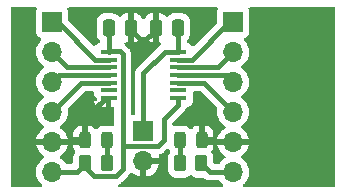
<source format=gtl>
%TF.GenerationSoftware,KiCad,Pcbnew,(6.0.5)*%
%TF.CreationDate,2024-06-21T19:09:36+02:00*%
%TF.ProjectId,pmod_level_shifter_4p,706d6f64-5f6c-4657-9665-6c5f73686966,rev?*%
%TF.SameCoordinates,Original*%
%TF.FileFunction,Copper,L1,Top*%
%TF.FilePolarity,Positive*%
%FSLAX46Y46*%
G04 Gerber Fmt 4.6, Leading zero omitted, Abs format (unit mm)*
G04 Created by KiCad (PCBNEW (6.0.5)) date 2024-06-21 19:09:36*
%MOMM*%
%LPD*%
G01*
G04 APERTURE LIST*
G04 Aperture macros list*
%AMRoundRect*
0 Rectangle with rounded corners*
0 $1 Rounding radius*
0 $2 $3 $4 $5 $6 $7 $8 $9 X,Y pos of 4 corners*
0 Add a 4 corners polygon primitive as box body*
4,1,4,$2,$3,$4,$5,$6,$7,$8,$9,$2,$3,0*
0 Add four circle primitives for the rounded corners*
1,1,$1+$1,$2,$3*
1,1,$1+$1,$4,$5*
1,1,$1+$1,$6,$7*
1,1,$1+$1,$8,$9*
0 Add four rect primitives between the rounded corners*
20,1,$1+$1,$2,$3,$4,$5,0*
20,1,$1+$1,$4,$5,$6,$7,0*
20,1,$1+$1,$6,$7,$8,$9,0*
20,1,$1+$1,$8,$9,$2,$3,0*%
G04 Aperture macros list end*
%TA.AperFunction,SMDPad,CuDef*%
%ADD10RoundRect,0.243750X-0.243750X-0.456250X0.243750X-0.456250X0.243750X0.456250X-0.243750X0.456250X0*%
%TD*%
%TA.AperFunction,SMDPad,CuDef*%
%ADD11RoundRect,0.243750X0.243750X0.456250X-0.243750X0.456250X-0.243750X-0.456250X0.243750X-0.456250X0*%
%TD*%
%TA.AperFunction,ComponentPad*%
%ADD12R,1.700000X1.700000*%
%TD*%
%TA.AperFunction,ComponentPad*%
%ADD13O,1.700000X1.700000*%
%TD*%
%TA.AperFunction,SMDPad,CuDef*%
%ADD14RoundRect,0.250000X0.262500X0.450000X-0.262500X0.450000X-0.262500X-0.450000X0.262500X-0.450000X0*%
%TD*%
%TA.AperFunction,SMDPad,CuDef*%
%ADD15RoundRect,0.250000X-0.250000X-0.475000X0.250000X-0.475000X0.250000X0.475000X-0.250000X0.475000X0*%
%TD*%
%TA.AperFunction,SMDPad,CuDef*%
%ADD16RoundRect,0.250000X0.250000X0.475000X-0.250000X0.475000X-0.250000X-0.475000X0.250000X-0.475000X0*%
%TD*%
%TA.AperFunction,SMDPad,CuDef*%
%ADD17R,1.475000X0.450000*%
%TD*%
%TA.AperFunction,ViaPad*%
%ADD18C,0.800000*%
%TD*%
%TA.AperFunction,Conductor*%
%ADD19C,0.400000*%
%TD*%
G04 APERTURE END LIST*
D10*
%TO.P,D1,1,K*%
%TO.N,GND*%
X147062500Y-106500000D03*
%TO.P,D1,2,A*%
%TO.N,Net-(D1-Pad2)*%
X148937500Y-106500000D03*
%TD*%
D11*
%TO.P,D2,1,K*%
%TO.N,GND*%
X156937500Y-106500000D03*
%TO.P,D2,2,A*%
%TO.N,Net-(D2-Pad2)*%
X155062500Y-106500000D03*
%TD*%
D12*
%TO.P,J1,1,Pin_1*%
%TO.N,+5V*%
X152000000Y-105725000D03*
D13*
%TO.P,J1,2,Pin_2*%
%TO.N,GND*%
X152000000Y-108265000D03*
%TD*%
D12*
%TO.P,PMOD1,1,IO0*%
%TO.N,Net-(IC1-Pad2)*%
X144270000Y-96520000D03*
D13*
%TO.P,PMOD1,2,IO1*%
%TO.N,Net-(IC1-Pad3)*%
X144270000Y-99060000D03*
%TO.P,PMOD1,3,IO2*%
%TO.N,Net-(IC1-Pad4)*%
X144270000Y-101600000D03*
%TO.P,PMOD1,4,IO3*%
%TO.N,Net-(IC1-Pad5)*%
X144270000Y-104140000D03*
%TO.P,PMOD1,5,GND*%
%TO.N,GND*%
X144270000Y-106680000D03*
%TO.P,PMOD1,6,VCC*%
%TO.N,+3V3*%
X144270000Y-109220000D03*
%TD*%
D14*
%TO.P,R1,1*%
%TO.N,Net-(D1-Pad2)*%
X148912500Y-108500000D03*
%TO.P,R1,2*%
%TO.N,+3V3*%
X147087500Y-108500000D03*
%TD*%
D15*
%TO.P,C1,1*%
%TO.N,+3V3*%
X149050000Y-97000000D03*
%TO.P,C1,2*%
%TO.N,GND*%
X150950000Y-97000000D03*
%TD*%
D16*
%TO.P,C2,1*%
%TO.N,+5V*%
X154950000Y-97000000D03*
%TO.P,C2,2*%
%TO.N,GND*%
X153050000Y-97000000D03*
%TD*%
D17*
%TO.P,IC1,1,VCC(A)*%
%TO.N,+3V3*%
X149062000Y-99050000D03*
%TO.P,IC1,2,A1*%
%TO.N,Net-(IC1-Pad2)*%
X149062000Y-99700000D03*
%TO.P,IC1,3,A2*%
%TO.N,Net-(IC1-Pad3)*%
X149062000Y-100350000D03*
%TO.P,IC1,4,A3*%
%TO.N,Net-(IC1-Pad4)*%
X149062000Y-101000000D03*
%TO.P,IC1,5,A4*%
%TO.N,Net-(IC1-Pad5)*%
X149062000Y-101650000D03*
%TO.P,IC1,6,n.c._1*%
%TO.N,unconnected-(IC1-Pad6)*%
X149062000Y-102300000D03*
%TO.P,IC1,7,GND*%
%TO.N,GND*%
X149062000Y-102950000D03*
%TO.P,IC1,8,OE*%
%TO.N,+3V3*%
X154938000Y-102950000D03*
%TO.P,IC1,9,n.c._2*%
%TO.N,unconnected-(IC1-Pad9)*%
X154938000Y-102300000D03*
%TO.P,IC1,10,B4*%
%TO.N,Net-(IC1-Pad10)*%
X154938000Y-101650000D03*
%TO.P,IC1,11,B3*%
%TO.N,Net-(IC1-Pad11)*%
X154938000Y-101000000D03*
%TO.P,IC1,12,B2*%
%TO.N,Net-(IC1-Pad12)*%
X154938000Y-100350000D03*
%TO.P,IC1,13,B1*%
%TO.N,Net-(IC1-Pad13)*%
X154938000Y-99700000D03*
%TO.P,IC1,14,VCC(B)*%
%TO.N,+5V*%
X154938000Y-99050000D03*
%TD*%
D14*
%TO.P,R2,1*%
%TO.N,+5V*%
X156912500Y-108500000D03*
%TO.P,R2,2*%
%TO.N,Net-(D2-Pad2)*%
X155087500Y-108500000D03*
%TD*%
D12*
%TO.P,PMOD2,1,IO0*%
%TO.N,Net-(IC1-Pad13)*%
X159600000Y-96520000D03*
D13*
%TO.P,PMOD2,2,IO1*%
%TO.N,Net-(IC1-Pad12)*%
X159600000Y-99060000D03*
%TO.P,PMOD2,3,IO2*%
%TO.N,Net-(IC1-Pad11)*%
X159600000Y-101600000D03*
%TO.P,PMOD2,4,IO3*%
%TO.N,Net-(IC1-Pad10)*%
X159600000Y-104140000D03*
%TO.P,PMOD2,5,GND*%
%TO.N,GND*%
X159600000Y-106680000D03*
%TO.P,PMOD2,6,VCC*%
%TO.N,+5V*%
X159600000Y-109220000D03*
%TD*%
D18*
%TO.N,GND*%
X152000000Y-98250000D03*
X147750000Y-104000000D03*
%TD*%
D19*
%TO.N,+3V3*%
X150250000Y-109000000D02*
X150250000Y-107000000D01*
X153750000Y-106500000D02*
X153250000Y-107000000D01*
X153750000Y-104750000D02*
X153750000Y-106500000D01*
X154938000Y-103562000D02*
X153750000Y-104750000D01*
X153250000Y-107000000D02*
X150250000Y-107000000D01*
X154938000Y-102950000D02*
X154938000Y-103562000D01*
X150250000Y-107000000D02*
X150250000Y-99250000D01*
%TO.N,+5V*%
X153826478Y-99050000D02*
X154938000Y-99050000D01*
X152000000Y-100876478D02*
X153826478Y-99050000D01*
X152000000Y-105725000D02*
X152000000Y-100876478D01*
%TO.N,+3V3*%
X150000000Y-99000000D02*
X149112000Y-99000000D01*
X150250000Y-99250000D02*
X150000000Y-99000000D01*
X149650480Y-109599520D02*
X150250000Y-109000000D01*
X149112000Y-99000000D02*
X149062000Y-99050000D01*
X147849520Y-109599520D02*
X149650480Y-109599520D01*
X147087500Y-108837500D02*
X147849520Y-109599520D01*
X147087500Y-108500000D02*
X147087500Y-108837500D01*
X149050000Y-99038000D02*
X149062000Y-99050000D01*
X149050000Y-97000000D02*
X149050000Y-99038000D01*
%TO.N,GND*%
X147062500Y-106500000D02*
X147062500Y-104687500D01*
X147062500Y-104687500D02*
X147750000Y-104000000D01*
%TO.N,+5V*%
X154950000Y-99038000D02*
X154938000Y-99050000D01*
X154950000Y-97000000D02*
X154950000Y-99038000D01*
%TO.N,GND*%
X153050000Y-97200000D02*
X152000000Y-98250000D01*
X153050000Y-97000000D02*
X153050000Y-97200000D01*
X150950000Y-97200000D02*
X152000000Y-98250000D01*
X150950000Y-97000000D02*
X150950000Y-97200000D01*
X148800000Y-102950000D02*
X147750000Y-104000000D01*
X149062000Y-102950000D02*
X148800000Y-102950000D01*
%TO.N,Net-(D1-Pad2)*%
X148937500Y-106500000D02*
X148937500Y-108475000D01*
X148937500Y-108475000D02*
X148912500Y-108500000D01*
%TO.N,Net-(D2-Pad2)*%
X155087500Y-108500000D02*
X155087500Y-106525000D01*
X155087500Y-106525000D02*
X155062500Y-106500000D01*
%TO.N,GND*%
X159600000Y-106680000D02*
X157117500Y-106680000D01*
X157117500Y-106680000D02*
X156937500Y-106500000D01*
%TO.N,+5V*%
X159600000Y-109220000D02*
X157632500Y-109220000D01*
X157632500Y-109220000D02*
X156912500Y-108500000D01*
%TO.N,GND*%
X146882500Y-106680000D02*
X147062500Y-106500000D01*
X144270000Y-106680000D02*
X146882500Y-106680000D01*
%TO.N,+3V3*%
X146367500Y-109220000D02*
X147087500Y-108500000D01*
X144270000Y-109220000D02*
X146367500Y-109220000D01*
%TO.N,Net-(IC1-Pad10)*%
X157110000Y-101650000D02*
X159600000Y-104140000D01*
X154938000Y-101650000D02*
X157110000Y-101650000D01*
%TO.N,Net-(IC1-Pad11)*%
X159000000Y-101000000D02*
X159600000Y-101600000D01*
X154938000Y-101000000D02*
X159000000Y-101000000D01*
%TO.N,Net-(IC1-Pad12)*%
X154938000Y-100350000D02*
X158310000Y-100350000D01*
X158310000Y-100350000D02*
X159600000Y-99060000D01*
%TO.N,Net-(IC1-Pad13)*%
X159255500Y-96520000D02*
X159600000Y-96520000D01*
X156075500Y-99700000D02*
X159255500Y-96520000D01*
X154938000Y-99700000D02*
X156075500Y-99700000D01*
%TO.N,Net-(IC1-Pad5)*%
X146760000Y-101650000D02*
X144270000Y-104140000D01*
X149062000Y-101650000D02*
X146760000Y-101650000D01*
%TO.N,Net-(IC1-Pad4)*%
X144870000Y-101000000D02*
X144270000Y-101600000D01*
X149062000Y-101000000D02*
X144870000Y-101000000D01*
%TO.N,Net-(IC1-Pad3)*%
X149062000Y-100350000D02*
X145560000Y-100350000D01*
X145560000Y-100350000D02*
X144270000Y-99060000D01*
%TO.N,Net-(IC1-Pad2)*%
X147924500Y-99700000D02*
X144744500Y-96520000D01*
X144744500Y-96520000D02*
X144270000Y-96520000D01*
X149062000Y-99700000D02*
X147924500Y-99700000D01*
%TD*%
%TA.AperFunction,Conductor*%
%TO.N,GND*%
G36*
X154092943Y-107263193D02*
G01*
X154149779Y-107305740D01*
X154156044Y-107314929D01*
X154225033Y-107426414D01*
X154225204Y-107426690D01*
X154225157Y-107426719D01*
X154250589Y-107489561D01*
X154237414Y-107559325D01*
X154227304Y-107575085D01*
X154225695Y-107576697D01*
X154221857Y-107582924D01*
X154221855Y-107582926D01*
X154153379Y-107694014D01*
X154132885Y-107727262D01*
X154130581Y-107734209D01*
X154083801Y-107875248D01*
X154077203Y-107895139D01*
X154066500Y-107999600D01*
X154066500Y-109000400D01*
X154077474Y-109106166D01*
X154133450Y-109273946D01*
X154226522Y-109424348D01*
X154351697Y-109549305D01*
X154357927Y-109553145D01*
X154357928Y-109553146D01*
X154495090Y-109637694D01*
X154502262Y-109642115D01*
X154582005Y-109668564D01*
X154663611Y-109695632D01*
X154663613Y-109695632D01*
X154670139Y-109697797D01*
X154676975Y-109698497D01*
X154676978Y-109698498D01*
X154720031Y-109702909D01*
X154774600Y-109708500D01*
X155400400Y-109708500D01*
X155403646Y-109708163D01*
X155403650Y-109708163D01*
X155499308Y-109698238D01*
X155499312Y-109698237D01*
X155506166Y-109697526D01*
X155512702Y-109695345D01*
X155512704Y-109695345D01*
X155644806Y-109651272D01*
X155673946Y-109641550D01*
X155824348Y-109548478D01*
X155910784Y-109461891D01*
X155973066Y-109427812D01*
X156043886Y-109432815D01*
X156088975Y-109461736D01*
X156130250Y-109502939D01*
X156176697Y-109549305D01*
X156182927Y-109553145D01*
X156182928Y-109553146D01*
X156320090Y-109637694D01*
X156327262Y-109642115D01*
X156407005Y-109668564D01*
X156488611Y-109695632D01*
X156488613Y-109695632D01*
X156495139Y-109697797D01*
X156501975Y-109698497D01*
X156501978Y-109698498D01*
X156545031Y-109702909D01*
X156599600Y-109708500D01*
X157061417Y-109708500D01*
X157129538Y-109728502D01*
X157145724Y-109740861D01*
X157149950Y-109744666D01*
X157154939Y-109750385D01*
X157161150Y-109754750D01*
X157161152Y-109754752D01*
X157207197Y-109787112D01*
X157212493Y-109791045D01*
X157262782Y-109830477D01*
X157269704Y-109833602D01*
X157271952Y-109834964D01*
X157286685Y-109843368D01*
X157289024Y-109844622D01*
X157295239Y-109848990D01*
X157302315Y-109851749D01*
X157302319Y-109851751D01*
X157354769Y-109872200D01*
X157360834Y-109874749D01*
X157419073Y-109901045D01*
X157426538Y-109902429D01*
X157429082Y-109903226D01*
X157445348Y-109907859D01*
X157447928Y-109908521D01*
X157455009Y-109911282D01*
X157462542Y-109912274D01*
X157462543Y-109912274D01*
X157475761Y-109914014D01*
X157518357Y-109919622D01*
X157524855Y-109920650D01*
X157587687Y-109932296D01*
X157595267Y-109931859D01*
X157595268Y-109931859D01*
X157649893Y-109928709D01*
X157657147Y-109928500D01*
X158370234Y-109928500D01*
X158438355Y-109948502D01*
X158477667Y-109988665D01*
X158499987Y-110025088D01*
X158646250Y-110193938D01*
X158722846Y-110257529D01*
X158736128Y-110268556D01*
X158775763Y-110327458D01*
X158777261Y-110398439D01*
X158740147Y-110458962D01*
X158676202Y-110489811D01*
X158655643Y-110491500D01*
X149984317Y-110491500D01*
X149916196Y-110471498D01*
X149869703Y-110417842D01*
X149859599Y-110347568D01*
X149889093Y-110282988D01*
X149939778Y-110247635D01*
X149981136Y-110232007D01*
X149987399Y-110227703D01*
X149989765Y-110226466D01*
X150004577Y-110218221D01*
X150006831Y-110216888D01*
X150013785Y-110213835D01*
X150064482Y-110174933D01*
X150069812Y-110171061D01*
X150116200Y-110139181D01*
X150116205Y-110139176D01*
X150122461Y-110134877D01*
X150147177Y-110107137D01*
X150163907Y-110088359D01*
X150168888Y-110083082D01*
X150730536Y-109521435D01*
X150736801Y-109515582D01*
X150774664Y-109482552D01*
X150774665Y-109482551D01*
X150780385Y-109477561D01*
X150817136Y-109425271D01*
X150821028Y-109420029D01*
X150860476Y-109369718D01*
X150863600Y-109362799D01*
X150864988Y-109360507D01*
X150873357Y-109345835D01*
X150874622Y-109343475D01*
X150878990Y-109337261D01*
X150885582Y-109320353D01*
X150928964Y-109264152D01*
X150995843Y-109240326D01*
X151064987Y-109256440D01*
X151083460Y-109269180D01*
X151214434Y-109377916D01*
X151222881Y-109383831D01*
X151406756Y-109491279D01*
X151416042Y-109495729D01*
X151615001Y-109571703D01*
X151624899Y-109574579D01*
X151728250Y-109595606D01*
X151742299Y-109594410D01*
X151746000Y-109584065D01*
X151746000Y-109583517D01*
X152254000Y-109583517D01*
X152258064Y-109597359D01*
X152271478Y-109599393D01*
X152278184Y-109598534D01*
X152288262Y-109596392D01*
X152492255Y-109535191D01*
X152501842Y-109531433D01*
X152693095Y-109437739D01*
X152701945Y-109432464D01*
X152875328Y-109308792D01*
X152883200Y-109302139D01*
X153034052Y-109151812D01*
X153040730Y-109143965D01*
X153165003Y-108971020D01*
X153170313Y-108962183D01*
X153264670Y-108771267D01*
X153268469Y-108761672D01*
X153330377Y-108557910D01*
X153332555Y-108547837D01*
X153333986Y-108536962D01*
X153331775Y-108522778D01*
X153318617Y-108519000D01*
X152272115Y-108519000D01*
X152256876Y-108523475D01*
X152255671Y-108524865D01*
X152254000Y-108532548D01*
X152254000Y-109583517D01*
X151746000Y-109583517D01*
X151746000Y-108137000D01*
X151766002Y-108068879D01*
X151819658Y-108022386D01*
X151872000Y-108011000D01*
X153318344Y-108011000D01*
X153331875Y-108007027D01*
X153333180Y-107997947D01*
X153296252Y-107850933D01*
X153299056Y-107779992D01*
X153339769Y-107721828D01*
X153403318Y-107695150D01*
X153403900Y-107695080D01*
X153420242Y-107693102D01*
X153427343Y-107690419D01*
X153429952Y-107689778D01*
X153446262Y-107685315D01*
X153448798Y-107684550D01*
X153456284Y-107683243D01*
X153514800Y-107657556D01*
X153520904Y-107655065D01*
X153573548Y-107635173D01*
X153573549Y-107635172D01*
X153580656Y-107632487D01*
X153586919Y-107628183D01*
X153589285Y-107626946D01*
X153604097Y-107618701D01*
X153606351Y-107617368D01*
X153613305Y-107614315D01*
X153664002Y-107575413D01*
X153669332Y-107571541D01*
X153715720Y-107539661D01*
X153715725Y-107539656D01*
X153721981Y-107535357D01*
X153763436Y-107488829D01*
X153768416Y-107483554D01*
X153959816Y-107292154D01*
X154022128Y-107258128D01*
X154092943Y-107263193D01*
G37*
%TD.AperFunction*%
%TA.AperFunction,Conductor*%
G36*
X142917487Y-95278502D02*
G01*
X142963980Y-95332158D01*
X142974084Y-95402432D01*
X142967349Y-95428726D01*
X142918255Y-95559684D01*
X142911500Y-95621866D01*
X142911500Y-97418134D01*
X142918255Y-97480316D01*
X142969385Y-97616705D01*
X143056739Y-97733261D01*
X143173295Y-97820615D01*
X143181704Y-97823767D01*
X143181705Y-97823768D01*
X143290451Y-97864535D01*
X143347216Y-97907176D01*
X143371916Y-97973738D01*
X143356709Y-98043087D01*
X143337316Y-98069568D01*
X143210629Y-98202138D01*
X143207715Y-98206410D01*
X143207714Y-98206411D01*
X143141912Y-98302873D01*
X143084743Y-98386680D01*
X143043009Y-98476589D01*
X142995799Y-98578295D01*
X142990688Y-98589305D01*
X142930989Y-98804570D01*
X142907251Y-99026695D01*
X142907548Y-99031848D01*
X142907548Y-99031851D01*
X142913011Y-99126590D01*
X142920110Y-99249715D01*
X142921247Y-99254761D01*
X142921248Y-99254767D01*
X142926690Y-99278912D01*
X142969222Y-99467639D01*
X143053266Y-99674616D01*
X143169987Y-99865088D01*
X143316250Y-100033938D01*
X143488126Y-100176632D01*
X143558595Y-100217811D01*
X143561445Y-100219476D01*
X143610169Y-100271114D01*
X143623240Y-100340897D01*
X143596509Y-100406669D01*
X143556055Y-100440027D01*
X143543607Y-100446507D01*
X143539474Y-100449610D01*
X143539471Y-100449612D01*
X143369100Y-100577530D01*
X143364965Y-100580635D01*
X143210629Y-100742138D01*
X143207715Y-100746410D01*
X143207714Y-100746411D01*
X143144387Y-100839245D01*
X143084743Y-100926680D01*
X142990688Y-101129305D01*
X142930989Y-101344570D01*
X142907251Y-101566695D01*
X142907548Y-101571848D01*
X142907548Y-101571851D01*
X142913011Y-101666590D01*
X142920110Y-101789715D01*
X142921247Y-101794761D01*
X142921248Y-101794767D01*
X142941119Y-101882939D01*
X142969222Y-102007639D01*
X143053266Y-102214616D01*
X143169987Y-102405088D01*
X143316250Y-102573938D01*
X143488126Y-102716632D01*
X143535627Y-102744389D01*
X143561445Y-102759476D01*
X143610169Y-102811114D01*
X143623240Y-102880897D01*
X143596509Y-102946669D01*
X143556055Y-102980027D01*
X143543607Y-102986507D01*
X143539474Y-102989610D01*
X143539471Y-102989612D01*
X143369100Y-103117530D01*
X143364965Y-103120635D01*
X143361393Y-103124373D01*
X143215203Y-103277352D01*
X143210629Y-103282138D01*
X143207715Y-103286410D01*
X143207714Y-103286411D01*
X143203414Y-103292715D01*
X143084743Y-103466680D01*
X143069003Y-103500590D01*
X142996505Y-103656774D01*
X142990688Y-103669305D01*
X142930989Y-103884570D01*
X142907251Y-104106695D01*
X142907548Y-104111848D01*
X142907548Y-104111851D01*
X142917166Y-104278653D01*
X142920110Y-104329715D01*
X142921247Y-104334761D01*
X142921248Y-104334767D01*
X142941119Y-104422939D01*
X142969222Y-104547639D01*
X143053266Y-104754616D01*
X143169987Y-104945088D01*
X143316250Y-105113938D01*
X143488126Y-105256632D01*
X143531468Y-105281959D01*
X143561955Y-105299774D01*
X143610679Y-105351412D01*
X143623750Y-105421195D01*
X143597019Y-105486967D01*
X143556562Y-105520327D01*
X143548457Y-105524546D01*
X143539738Y-105530036D01*
X143369433Y-105657905D01*
X143361726Y-105664748D01*
X143214590Y-105818717D01*
X143208104Y-105826727D01*
X143088098Y-106002649D01*
X143083000Y-106011623D01*
X142993338Y-106204783D01*
X142989775Y-106214470D01*
X142934389Y-106414183D01*
X142935912Y-106422607D01*
X142948292Y-106426000D01*
X145588344Y-106426000D01*
X145601875Y-106422027D01*
X145603180Y-106412947D01*
X145561214Y-106245875D01*
X145557894Y-106236124D01*
X145554312Y-106227885D01*
X146067000Y-106227885D01*
X146071475Y-106243124D01*
X146072865Y-106244329D01*
X146080548Y-106246000D01*
X146790385Y-106246000D01*
X146805624Y-106241525D01*
X146806829Y-106240135D01*
X146808500Y-106232452D01*
X146808500Y-105310116D01*
X146804025Y-105294877D01*
X146802635Y-105293672D01*
X146794952Y-105292001D01*
X146772067Y-105292001D01*
X146765548Y-105292338D01*
X146670830Y-105302166D01*
X146657436Y-105305058D01*
X146504635Y-105356036D01*
X146491457Y-105362210D01*
X146354851Y-105446744D01*
X146343450Y-105455780D01*
X146229949Y-105569479D01*
X146220937Y-105580890D01*
X146136635Y-105717654D01*
X146130491Y-105730832D01*
X146079773Y-105883740D01*
X146076907Y-105897106D01*
X146067328Y-105990601D01*
X146067000Y-105997016D01*
X146067000Y-106227885D01*
X145554312Y-106227885D01*
X145472972Y-106040814D01*
X145468105Y-106031739D01*
X145352426Y-105852926D01*
X145346136Y-105844757D01*
X145202806Y-105687240D01*
X145195273Y-105680215D01*
X145028139Y-105548222D01*
X145019556Y-105542520D01*
X144982602Y-105522120D01*
X144932631Y-105471687D01*
X144917859Y-105402245D01*
X144942975Y-105335839D01*
X144970327Y-105309232D01*
X145033402Y-105264241D01*
X145149860Y-105181173D01*
X145308096Y-105023489D01*
X145367594Y-104940689D01*
X145435435Y-104846277D01*
X145438453Y-104842077D01*
X145537430Y-104641811D01*
X145602370Y-104428069D01*
X145631529Y-104206590D01*
X145633156Y-104140000D01*
X145614852Y-103917361D01*
X145613593Y-103912348D01*
X145613591Y-103912337D01*
X145608115Y-103890540D01*
X145610918Y-103819598D01*
X145641223Y-103770747D01*
X147016565Y-102395405D01*
X147078877Y-102361379D01*
X147105660Y-102358500D01*
X147690000Y-102358500D01*
X147758121Y-102378502D01*
X147804614Y-102432158D01*
X147816000Y-102484500D01*
X147816000Y-102573134D01*
X147820409Y-102613720D01*
X147820409Y-102640933D01*
X147816869Y-102673517D01*
X147816500Y-102680328D01*
X147816500Y-102706885D01*
X147820975Y-102722124D01*
X147846670Y-102744389D01*
X147846212Y-102744918D01*
X147858600Y-102751682D01*
X147873707Y-102771839D01*
X147873885Y-102771705D01*
X147961239Y-102888261D01*
X148039173Y-102946669D01*
X148041181Y-102948174D01*
X148083696Y-103005033D01*
X148088722Y-103075851D01*
X148054662Y-103138145D01*
X147992331Y-103172135D01*
X147965616Y-103175000D01*
X147834616Y-103175000D01*
X147819377Y-103179475D01*
X147818172Y-103180865D01*
X147816501Y-103188548D01*
X147816501Y-103219669D01*
X147816871Y-103226490D01*
X147822395Y-103277352D01*
X147826021Y-103292604D01*
X147871176Y-103413054D01*
X147879714Y-103428649D01*
X147956215Y-103530724D01*
X147968776Y-103543285D01*
X148070851Y-103619786D01*
X148086446Y-103628324D01*
X148206894Y-103673478D01*
X148222149Y-103677105D01*
X148273014Y-103682631D01*
X148279828Y-103683000D01*
X148818885Y-103683000D01*
X148834124Y-103678525D01*
X148835329Y-103677135D01*
X148837000Y-103669452D01*
X148837000Y-103175000D01*
X148837552Y-103175000D01*
X148837553Y-103124000D01*
X148875938Y-103064275D01*
X148940519Y-103034782D01*
X148958449Y-103033500D01*
X149161000Y-103033500D01*
X149229121Y-103053502D01*
X149275614Y-103107158D01*
X149287000Y-103159500D01*
X149287000Y-103664884D01*
X149291475Y-103680123D01*
X149292865Y-103681328D01*
X149300548Y-103682999D01*
X149415500Y-103682999D01*
X149483621Y-103703001D01*
X149530114Y-103756657D01*
X149541500Y-103808999D01*
X149541500Y-105196120D01*
X149521498Y-105264241D01*
X149467842Y-105310734D01*
X149397568Y-105320838D01*
X149375833Y-105315713D01*
X149341369Y-105304282D01*
X149341367Y-105304282D01*
X149334835Y-105302115D01*
X149231231Y-105291500D01*
X148939766Y-105291500D01*
X148643770Y-105291501D01*
X148538871Y-105302384D01*
X148532340Y-105304563D01*
X148532335Y-105304564D01*
X148438593Y-105335839D01*
X148372474Y-105357898D01*
X148223311Y-105450203D01*
X148099383Y-105574347D01*
X148097386Y-105577587D01*
X148040648Y-105617814D01*
X147969725Y-105621047D01*
X147908313Y-105585422D01*
X147900934Y-105576922D01*
X147894218Y-105568448D01*
X147780521Y-105454949D01*
X147769110Y-105445937D01*
X147632346Y-105361635D01*
X147619168Y-105355491D01*
X147466260Y-105304773D01*
X147452894Y-105301907D01*
X147359399Y-105292328D01*
X147352984Y-105292000D01*
X147334615Y-105292000D01*
X147319376Y-105296475D01*
X147318171Y-105297865D01*
X147316500Y-105305548D01*
X147316500Y-106628000D01*
X147296498Y-106696121D01*
X147242842Y-106742614D01*
X147190500Y-106754000D01*
X146085116Y-106754000D01*
X146069877Y-106758475D01*
X146068672Y-106759865D01*
X146067001Y-106767548D01*
X146067001Y-107002933D01*
X146067338Y-107009452D01*
X146077166Y-107104170D01*
X146080058Y-107117564D01*
X146131036Y-107270365D01*
X146137210Y-107283543D01*
X146221742Y-107420146D01*
X146224269Y-107423334D01*
X146225317Y-107425923D01*
X146225598Y-107426377D01*
X146225520Y-107426425D01*
X146250909Y-107489143D01*
X146237740Y-107558908D01*
X146227473Y-107574916D01*
X146225695Y-107576697D01*
X146221855Y-107582927D01*
X146221854Y-107582928D01*
X146153942Y-107693102D01*
X146132885Y-107727262D01*
X146130581Y-107734209D01*
X146083801Y-107875248D01*
X146077203Y-107895139D01*
X146066500Y-107999600D01*
X146066500Y-108385500D01*
X146046498Y-108453621D01*
X145992842Y-108500114D01*
X145940500Y-108511500D01*
X145498286Y-108511500D01*
X145430165Y-108491498D01*
X145392494Y-108453941D01*
X145382079Y-108437842D01*
X145350014Y-108388277D01*
X145199670Y-108223051D01*
X145195619Y-108219852D01*
X145195615Y-108219848D01*
X145028414Y-108087800D01*
X145028410Y-108087798D01*
X145024359Y-108084598D01*
X144982569Y-108061529D01*
X144932598Y-108011097D01*
X144917826Y-107941654D01*
X144942942Y-107875248D01*
X144970294Y-107848641D01*
X145145328Y-107723792D01*
X145153200Y-107717139D01*
X145304052Y-107566812D01*
X145310730Y-107558965D01*
X145435003Y-107386020D01*
X145440313Y-107377183D01*
X145534670Y-107186267D01*
X145538469Y-107176672D01*
X145600377Y-106972910D01*
X145602555Y-106962837D01*
X145603986Y-106951962D01*
X145601775Y-106937778D01*
X145588617Y-106934000D01*
X142953225Y-106934000D01*
X142939694Y-106937973D01*
X142938257Y-106947966D01*
X142968565Y-107082446D01*
X142971645Y-107092275D01*
X143051770Y-107289603D01*
X143056413Y-107298794D01*
X143167694Y-107480388D01*
X143173777Y-107488699D01*
X143313213Y-107649667D01*
X143320580Y-107656883D01*
X143484434Y-107792916D01*
X143492881Y-107798831D01*
X143561969Y-107839203D01*
X143610693Y-107890842D01*
X143623764Y-107960625D01*
X143597033Y-108026396D01*
X143556584Y-108059752D01*
X143543607Y-108066507D01*
X143539474Y-108069610D01*
X143539471Y-108069612D01*
X143369100Y-108197530D01*
X143364965Y-108200635D01*
X143210629Y-108362138D01*
X143207715Y-108366410D01*
X143207714Y-108366411D01*
X143148005Y-108453941D01*
X143084743Y-108546680D01*
X142990688Y-108749305D01*
X142930989Y-108964570D01*
X142907251Y-109186695D01*
X142907548Y-109191848D01*
X142907548Y-109191851D01*
X142918618Y-109383831D01*
X142920110Y-109409715D01*
X142921247Y-109414761D01*
X142921248Y-109414767D01*
X142944603Y-109518398D01*
X142969222Y-109627639D01*
X143007461Y-109721811D01*
X143049683Y-109825791D01*
X143053266Y-109834616D01*
X143077031Y-109873397D01*
X143167291Y-110020688D01*
X143169987Y-110025088D01*
X143316250Y-110193938D01*
X143392846Y-110257529D01*
X143406128Y-110268556D01*
X143445763Y-110327458D01*
X143447261Y-110398439D01*
X143410147Y-110458962D01*
X143346202Y-110489811D01*
X143325643Y-110491500D01*
X140884500Y-110491500D01*
X140816379Y-110471498D01*
X140769886Y-110417842D01*
X140758500Y-110365500D01*
X140758500Y-95384500D01*
X140778502Y-95316379D01*
X140832158Y-95269886D01*
X140884500Y-95258500D01*
X142849366Y-95258500D01*
X142917487Y-95278502D01*
G37*
%TD.AperFunction*%
%TA.AperFunction,Conductor*%
G36*
X168183621Y-95278502D02*
G01*
X168230114Y-95332158D01*
X168241500Y-95384500D01*
X168241500Y-110365500D01*
X168221498Y-110433621D01*
X168167842Y-110480114D01*
X168115500Y-110491500D01*
X160550577Y-110491500D01*
X160482456Y-110471498D01*
X160435963Y-110417842D01*
X160425859Y-110347568D01*
X160455353Y-110282988D01*
X160471989Y-110267853D01*
X160471702Y-110267513D01*
X160475657Y-110264171D01*
X160479860Y-110261173D01*
X160493447Y-110247634D01*
X160607205Y-110134272D01*
X160638096Y-110103489D01*
X160697594Y-110020689D01*
X160765435Y-109926277D01*
X160768453Y-109922077D01*
X160776167Y-109906470D01*
X160865136Y-109726453D01*
X160865137Y-109726451D01*
X160867430Y-109721811D01*
X160912163Y-109574579D01*
X160930865Y-109513023D01*
X160930865Y-109513021D01*
X160932370Y-109508069D01*
X160961529Y-109286590D01*
X160961838Y-109273946D01*
X160963074Y-109223365D01*
X160963074Y-109223361D01*
X160963156Y-109220000D01*
X160944852Y-108997361D01*
X160890431Y-108780702D01*
X160801354Y-108575840D01*
X160680014Y-108388277D01*
X160529670Y-108223051D01*
X160525619Y-108219852D01*
X160525615Y-108219848D01*
X160358414Y-108087800D01*
X160358410Y-108087798D01*
X160354359Y-108084598D01*
X160312569Y-108061529D01*
X160262598Y-108011097D01*
X160247826Y-107941654D01*
X160272942Y-107875248D01*
X160300294Y-107848641D01*
X160475328Y-107723792D01*
X160483200Y-107717139D01*
X160634052Y-107566812D01*
X160640730Y-107558965D01*
X160765003Y-107386020D01*
X160770313Y-107377183D01*
X160864670Y-107186267D01*
X160868469Y-107176672D01*
X160930377Y-106972910D01*
X160932555Y-106962837D01*
X160933986Y-106951962D01*
X160931775Y-106937778D01*
X160918617Y-106934000D01*
X158283225Y-106934000D01*
X158269694Y-106937973D01*
X158268257Y-106947966D01*
X158298565Y-107082446D01*
X158301645Y-107092275D01*
X158381770Y-107289603D01*
X158386413Y-107298794D01*
X158497694Y-107480388D01*
X158503777Y-107488699D01*
X158643213Y-107649667D01*
X158650580Y-107656883D01*
X158814434Y-107792916D01*
X158822881Y-107798831D01*
X158891969Y-107839203D01*
X158940693Y-107890842D01*
X158953764Y-107960625D01*
X158927033Y-108026396D01*
X158886584Y-108059752D01*
X158873607Y-108066507D01*
X158869474Y-108069610D01*
X158869471Y-108069612D01*
X158699100Y-108197530D01*
X158694965Y-108200635D01*
X158540629Y-108362138D01*
X158537715Y-108366410D01*
X158537714Y-108366411D01*
X158522798Y-108388277D01*
X158478224Y-108453621D01*
X158476257Y-108456504D01*
X158421346Y-108501507D01*
X158372169Y-108511500D01*
X158059500Y-108511500D01*
X157991379Y-108491498D01*
X157944886Y-108437842D01*
X157933500Y-108385500D01*
X157933500Y-107999600D01*
X157927488Y-107941654D01*
X157923238Y-107900692D01*
X157923237Y-107900688D01*
X157922526Y-107893834D01*
X157907449Y-107848641D01*
X157868868Y-107733002D01*
X157866550Y-107726054D01*
X157800118Y-107618701D01*
X157777330Y-107581876D01*
X157777328Y-107581873D01*
X157773478Y-107575652D01*
X157773917Y-107575381D01*
X157749093Y-107514043D01*
X157762266Y-107444280D01*
X157775596Y-107423500D01*
X157779062Y-107419112D01*
X157863365Y-107282346D01*
X157869509Y-107269168D01*
X157920227Y-107116260D01*
X157923093Y-107102894D01*
X157932672Y-107009399D01*
X157933000Y-107002984D01*
X157933000Y-106772115D01*
X157928525Y-106756876D01*
X157927135Y-106755671D01*
X157919452Y-106754000D01*
X156809500Y-106754000D01*
X156741379Y-106733998D01*
X156694886Y-106680342D01*
X156683500Y-106628000D01*
X156683500Y-106227885D01*
X157191500Y-106227885D01*
X157195975Y-106243124D01*
X157197365Y-106244329D01*
X157205048Y-106246000D01*
X157914884Y-106246000D01*
X157930123Y-106241525D01*
X157931328Y-106240135D01*
X157932999Y-106232452D01*
X157932999Y-105997067D01*
X157932662Y-105990548D01*
X157922834Y-105895830D01*
X157919942Y-105882436D01*
X157868964Y-105729635D01*
X157862790Y-105716457D01*
X157778256Y-105579851D01*
X157769220Y-105568450D01*
X157655521Y-105454949D01*
X157644110Y-105445937D01*
X157507346Y-105361635D01*
X157494168Y-105355491D01*
X157341260Y-105304773D01*
X157327894Y-105301907D01*
X157234399Y-105292328D01*
X157227984Y-105292000D01*
X157209615Y-105292000D01*
X157194376Y-105296475D01*
X157193171Y-105297865D01*
X157191500Y-105305548D01*
X157191500Y-106227885D01*
X156683500Y-106227885D01*
X156683500Y-105310116D01*
X156679025Y-105294877D01*
X156677635Y-105293672D01*
X156669952Y-105292001D01*
X156647067Y-105292001D01*
X156640548Y-105292338D01*
X156545830Y-105302166D01*
X156532436Y-105305058D01*
X156379635Y-105356036D01*
X156366457Y-105362210D01*
X156229851Y-105446744D01*
X156218450Y-105455780D01*
X156104949Y-105569479D01*
X156099206Y-105576751D01*
X156041289Y-105617814D01*
X155970366Y-105621046D01*
X155908954Y-105585421D01*
X155903160Y-105578746D01*
X155899797Y-105573311D01*
X155775653Y-105449383D01*
X155626329Y-105357339D01*
X155508161Y-105318144D01*
X155466366Y-105304281D01*
X155466364Y-105304281D01*
X155459835Y-105302115D01*
X155356231Y-105291500D01*
X155064766Y-105291500D01*
X154768770Y-105291501D01*
X154663871Y-105302384D01*
X154657337Y-105304564D01*
X154657332Y-105304565D01*
X154624375Y-105315560D01*
X154553425Y-105318144D01*
X154492342Y-105281959D01*
X154460518Y-105218495D01*
X154458500Y-105196036D01*
X154458500Y-105095660D01*
X154478502Y-105027539D01*
X154495405Y-105006565D01*
X155418520Y-104083450D01*
X155424785Y-104077596D01*
X155462660Y-104044555D01*
X155468385Y-104039561D01*
X155505114Y-103987300D01*
X155509046Y-103982005D01*
X155543791Y-103937694D01*
X155548477Y-103931718D01*
X155551602Y-103924796D01*
X155552964Y-103922548D01*
X155561368Y-103907815D01*
X155562622Y-103905476D01*
X155566990Y-103899261D01*
X155569749Y-103892185D01*
X155569751Y-103892181D01*
X155590200Y-103839731D01*
X155592749Y-103833666D01*
X155619045Y-103775427D01*
X155620042Y-103770051D01*
X155658999Y-103711783D01*
X155726163Y-103683225D01*
X155737300Y-103682015D01*
X155777960Y-103677599D01*
X155777964Y-103677598D01*
X155785816Y-103676745D01*
X155922205Y-103625615D01*
X156038761Y-103538261D01*
X156126115Y-103421705D01*
X156177245Y-103285316D01*
X156184000Y-103223134D01*
X156184000Y-102676866D01*
X156179844Y-102638606D01*
X156179844Y-102611393D01*
X156183631Y-102576533D01*
X156183631Y-102576528D01*
X156184000Y-102573134D01*
X156184000Y-102484500D01*
X156204002Y-102416379D01*
X156257658Y-102369886D01*
X156310000Y-102358500D01*
X156764340Y-102358500D01*
X156832461Y-102378502D01*
X156853435Y-102395405D01*
X158227252Y-103769222D01*
X158261278Y-103831534D01*
X158261914Y-103881235D01*
X158260989Y-103884570D01*
X158237251Y-104106695D01*
X158237548Y-104111848D01*
X158237548Y-104111851D01*
X158247166Y-104278653D01*
X158250110Y-104329715D01*
X158251247Y-104334761D01*
X158251248Y-104334767D01*
X158271119Y-104422939D01*
X158299222Y-104547639D01*
X158383266Y-104754616D01*
X158499987Y-104945088D01*
X158646250Y-105113938D01*
X158818126Y-105256632D01*
X158861468Y-105281959D01*
X158891955Y-105299774D01*
X158940679Y-105351412D01*
X158953750Y-105421195D01*
X158927019Y-105486967D01*
X158886562Y-105520327D01*
X158878457Y-105524546D01*
X158869738Y-105530036D01*
X158699433Y-105657905D01*
X158691726Y-105664748D01*
X158544590Y-105818717D01*
X158538104Y-105826727D01*
X158418098Y-106002649D01*
X158413000Y-106011623D01*
X158323338Y-106204783D01*
X158319775Y-106214470D01*
X158264389Y-106414183D01*
X158265912Y-106422607D01*
X158278292Y-106426000D01*
X160918344Y-106426000D01*
X160931875Y-106422027D01*
X160933180Y-106412947D01*
X160891214Y-106245875D01*
X160887894Y-106236124D01*
X160802972Y-106040814D01*
X160798105Y-106031739D01*
X160682426Y-105852926D01*
X160676136Y-105844757D01*
X160532806Y-105687240D01*
X160525273Y-105680215D01*
X160358139Y-105548222D01*
X160349556Y-105542520D01*
X160312602Y-105522120D01*
X160262631Y-105471687D01*
X160247859Y-105402245D01*
X160272975Y-105335839D01*
X160300327Y-105309232D01*
X160363402Y-105264241D01*
X160479860Y-105181173D01*
X160638096Y-105023489D01*
X160697594Y-104940689D01*
X160765435Y-104846277D01*
X160768453Y-104842077D01*
X160867430Y-104641811D01*
X160932370Y-104428069D01*
X160961529Y-104206590D01*
X160963156Y-104140000D01*
X160944852Y-103917361D01*
X160890431Y-103700702D01*
X160801354Y-103495840D01*
X160680014Y-103308277D01*
X160529670Y-103143051D01*
X160525619Y-103139852D01*
X160525615Y-103139848D01*
X160358414Y-103007800D01*
X160358410Y-103007798D01*
X160354359Y-103004598D01*
X160313053Y-102981796D01*
X160263084Y-102931364D01*
X160248312Y-102861921D01*
X160273428Y-102795516D01*
X160300780Y-102768909D01*
X160366370Y-102722124D01*
X160479860Y-102641173D01*
X160638096Y-102483489D01*
X160697594Y-102400689D01*
X160765435Y-102306277D01*
X160768453Y-102302077D01*
X160867430Y-102101811D01*
X160920684Y-101926533D01*
X160930865Y-101893023D01*
X160930865Y-101893021D01*
X160932370Y-101888069D01*
X160961529Y-101666590D01*
X160963156Y-101600000D01*
X160944852Y-101377361D01*
X160890431Y-101160702D01*
X160801354Y-100955840D01*
X160680014Y-100768277D01*
X160529670Y-100603051D01*
X160525619Y-100599852D01*
X160525615Y-100599848D01*
X160358414Y-100467800D01*
X160358410Y-100467798D01*
X160354359Y-100464598D01*
X160313053Y-100441796D01*
X160263084Y-100391364D01*
X160248312Y-100321921D01*
X160273428Y-100255516D01*
X160300780Y-100228909D01*
X160360308Y-100186448D01*
X160479860Y-100101173D01*
X160638096Y-99943489D01*
X160697594Y-99860689D01*
X160765435Y-99766277D01*
X160768453Y-99762077D01*
X160828046Y-99641500D01*
X160865136Y-99566453D01*
X160865137Y-99566451D01*
X160867430Y-99561811D01*
X160908570Y-99426404D01*
X160930865Y-99353023D01*
X160930865Y-99353021D01*
X160932370Y-99348069D01*
X160961529Y-99126590D01*
X160962673Y-99079758D01*
X160963074Y-99063365D01*
X160963074Y-99063361D01*
X160963156Y-99060000D01*
X160944852Y-98837361D01*
X160890431Y-98620702D01*
X160801354Y-98415840D01*
X160750862Y-98337791D01*
X160682822Y-98232617D01*
X160682820Y-98232614D01*
X160680014Y-98228277D01*
X160676536Y-98224454D01*
X160676530Y-98224447D01*
X160532798Y-98066488D01*
X160501746Y-98002642D01*
X160510141Y-97932143D01*
X160555317Y-97877375D01*
X160581761Y-97863706D01*
X160688297Y-97823767D01*
X160696705Y-97820615D01*
X160813261Y-97733261D01*
X160900615Y-97616705D01*
X160951745Y-97480316D01*
X160958500Y-97418134D01*
X160958500Y-95621866D01*
X160951745Y-95559684D01*
X160902652Y-95428728D01*
X160897469Y-95357923D01*
X160931390Y-95295554D01*
X160993645Y-95261424D01*
X161020634Y-95258500D01*
X168115500Y-95258500D01*
X168183621Y-95278502D01*
G37*
%TD.AperFunction*%
%TA.AperFunction,Conductor*%
G36*
X158247487Y-95278502D02*
G01*
X158293980Y-95332158D01*
X158304084Y-95402432D01*
X158297349Y-95428726D01*
X158248255Y-95559684D01*
X158241500Y-95621866D01*
X158241500Y-96479840D01*
X158221498Y-96547961D01*
X158204595Y-96568935D01*
X156258489Y-98515041D01*
X156196177Y-98549067D01*
X156125362Y-98544002D01*
X156068569Y-98501511D01*
X156038761Y-98461739D01*
X155922205Y-98374385D01*
X155785816Y-98323255D01*
X155777964Y-98322402D01*
X155777960Y-98322401D01*
X155770894Y-98321634D01*
X155705332Y-98294393D01*
X155664905Y-98236031D01*
X155658500Y-98196371D01*
X155658500Y-98141480D01*
X155678502Y-98073359D01*
X155695327Y-98052462D01*
X155695624Y-98052165D01*
X155799305Y-97948303D01*
X155829113Y-97899946D01*
X155888275Y-97803968D01*
X155888276Y-97803966D01*
X155892115Y-97797738D01*
X155947797Y-97629861D01*
X155950007Y-97608297D01*
X155958172Y-97528598D01*
X155958500Y-97525400D01*
X155958500Y-96474600D01*
X155958163Y-96471350D01*
X155948238Y-96375692D01*
X155948237Y-96375688D01*
X155947526Y-96368834D01*
X155891550Y-96201054D01*
X155798478Y-96050652D01*
X155673303Y-95925695D01*
X155667072Y-95921854D01*
X155528968Y-95836725D01*
X155528966Y-95836724D01*
X155522738Y-95832885D01*
X155442995Y-95806436D01*
X155361389Y-95779368D01*
X155361387Y-95779368D01*
X155354861Y-95777203D01*
X155348025Y-95776503D01*
X155348022Y-95776502D01*
X155304969Y-95772091D01*
X155250400Y-95766500D01*
X154649600Y-95766500D01*
X154646354Y-95766837D01*
X154646350Y-95766837D01*
X154550692Y-95776762D01*
X154550688Y-95776763D01*
X154543834Y-95777474D01*
X154537298Y-95779655D01*
X154537296Y-95779655D01*
X154520928Y-95785116D01*
X154376054Y-95833450D01*
X154225652Y-95926522D01*
X154100695Y-96051697D01*
X154097898Y-96056235D01*
X154040647Y-96096824D01*
X153969724Y-96100054D01*
X153908313Y-96064428D01*
X153900938Y-96055932D01*
X153892902Y-96045793D01*
X153778171Y-95931261D01*
X153766760Y-95922249D01*
X153628757Y-95837184D01*
X153615576Y-95831037D01*
X153461290Y-95779862D01*
X153447914Y-95776995D01*
X153353562Y-95767328D01*
X153347145Y-95767000D01*
X153322115Y-95767000D01*
X153306876Y-95771475D01*
X153305671Y-95772865D01*
X153304000Y-95780548D01*
X153304000Y-98214884D01*
X153308475Y-98230123D01*
X153309865Y-98231328D01*
X153317548Y-98232999D01*
X153347107Y-98232999D01*
X153350047Y-98232847D01*
X153419110Y-98249306D01*
X153468310Y-98300489D01*
X153482029Y-98370148D01*
X153455909Y-98436165D01*
X153433262Y-98458637D01*
X153412459Y-98474600D01*
X153407146Y-98478459D01*
X153360758Y-98510339D01*
X153360753Y-98510344D01*
X153354497Y-98514643D01*
X153349446Y-98520313D01*
X153349444Y-98520314D01*
X153313043Y-98561170D01*
X153308062Y-98566446D01*
X151519480Y-100355028D01*
X151513215Y-100360882D01*
X151469615Y-100398917D01*
X151465248Y-100405131D01*
X151432872Y-100451197D01*
X151428939Y-100456492D01*
X151389524Y-100506760D01*
X151386401Y-100513676D01*
X151385017Y-100515962D01*
X151376643Y-100530643D01*
X151375378Y-100533003D01*
X151371010Y-100539217D01*
X151368250Y-100546296D01*
X151368249Y-100546298D01*
X151347798Y-100598753D01*
X151345247Y-100604822D01*
X151318955Y-100663051D01*
X151317571Y-100670518D01*
X151316770Y-100673073D01*
X151312141Y-100689326D01*
X151311478Y-100691906D01*
X151308718Y-100698987D01*
X151307727Y-100706518D01*
X151307726Y-100706520D01*
X151300379Y-100762330D01*
X151299348Y-100768837D01*
X151287704Y-100831664D01*
X151288141Y-100839244D01*
X151288141Y-100839245D01*
X151291291Y-100893870D01*
X151291500Y-100901124D01*
X151291500Y-104240500D01*
X151271498Y-104308621D01*
X151217842Y-104355114D01*
X151165500Y-104366500D01*
X151101866Y-104366500D01*
X151098471Y-104366869D01*
X151098467Y-104366869D01*
X151098100Y-104366909D01*
X151098014Y-104366894D01*
X151095072Y-104367053D01*
X151095034Y-104366359D01*
X151028218Y-104354376D01*
X150976205Y-104306052D01*
X150958500Y-104241645D01*
X150958500Y-99278912D01*
X150958792Y-99270342D01*
X150962209Y-99220224D01*
X150962209Y-99220220D01*
X150962725Y-99212648D01*
X150951739Y-99149703D01*
X150950777Y-99143182D01*
X150944015Y-99087304D01*
X150943102Y-99079758D01*
X150940416Y-99072650D01*
X150939779Y-99070056D01*
X150935318Y-99053750D01*
X150934548Y-99051199D01*
X150933242Y-99043716D01*
X150928034Y-99031851D01*
X150907561Y-98985212D01*
X150905069Y-98979105D01*
X150885173Y-98926452D01*
X150885173Y-98926451D01*
X150882487Y-98919344D01*
X150878184Y-98913083D01*
X150876947Y-98910717D01*
X150868720Y-98895937D01*
X150867369Y-98893652D01*
X150864315Y-98886695D01*
X150859695Y-98880675D01*
X150859692Y-98880669D01*
X150830419Y-98842522D01*
X150825413Y-98835998D01*
X150821541Y-98830668D01*
X150789661Y-98784280D01*
X150789656Y-98784275D01*
X150785357Y-98778019D01*
X150738829Y-98736564D01*
X150733554Y-98731584D01*
X150521450Y-98519480D01*
X150515596Y-98513215D01*
X150485276Y-98478459D01*
X150477561Y-98469615D01*
X150471348Y-98465249D01*
X150471342Y-98465243D01*
X150446637Y-98447880D01*
X150402405Y-98392346D01*
X150395220Y-98321714D01*
X150427362Y-98258409D01*
X150488626Y-98222532D01*
X150545503Y-98221594D01*
X150552085Y-98223005D01*
X150646438Y-98232672D01*
X150652854Y-98233000D01*
X150677885Y-98233000D01*
X150693124Y-98228525D01*
X150694329Y-98227135D01*
X150696000Y-98219452D01*
X150696000Y-98214884D01*
X151204000Y-98214884D01*
X151208475Y-98230123D01*
X151209865Y-98231328D01*
X151217548Y-98232999D01*
X151247095Y-98232999D01*
X151253614Y-98232662D01*
X151349206Y-98222743D01*
X151362600Y-98219851D01*
X151516784Y-98168412D01*
X151529962Y-98162239D01*
X151667807Y-98076937D01*
X151679208Y-98067901D01*
X151793739Y-97953171D01*
X151802751Y-97941760D01*
X151891658Y-97797525D01*
X151893877Y-97798893D01*
X151932732Y-97754763D01*
X152001009Y-97735301D01*
X152068970Y-97755842D01*
X152107146Y-97799821D01*
X152108906Y-97798732D01*
X152198063Y-97942807D01*
X152207099Y-97954208D01*
X152321829Y-98068739D01*
X152333240Y-98077751D01*
X152471243Y-98162816D01*
X152484424Y-98168963D01*
X152638710Y-98220138D01*
X152652086Y-98223005D01*
X152746438Y-98232672D01*
X152752854Y-98233000D01*
X152777885Y-98233000D01*
X152793124Y-98228525D01*
X152794329Y-98227135D01*
X152796000Y-98219452D01*
X152796000Y-95785116D01*
X152791525Y-95769877D01*
X152790135Y-95768672D01*
X152782452Y-95767001D01*
X152752905Y-95767001D01*
X152746386Y-95767338D01*
X152650794Y-95777257D01*
X152637400Y-95780149D01*
X152483216Y-95831588D01*
X152470038Y-95837761D01*
X152332193Y-95923063D01*
X152320792Y-95932099D01*
X152206261Y-96046829D01*
X152197249Y-96058240D01*
X152108342Y-96202475D01*
X152106123Y-96201107D01*
X152067268Y-96245237D01*
X151998991Y-96264699D01*
X151931030Y-96244158D01*
X151892854Y-96200179D01*
X151891094Y-96201268D01*
X151801937Y-96057193D01*
X151792901Y-96045792D01*
X151678171Y-95931261D01*
X151666760Y-95922249D01*
X151528757Y-95837184D01*
X151515576Y-95831037D01*
X151361290Y-95779862D01*
X151347914Y-95776995D01*
X151253562Y-95767328D01*
X151247145Y-95767000D01*
X151222115Y-95767000D01*
X151206876Y-95771475D01*
X151205671Y-95772865D01*
X151204000Y-95780548D01*
X151204000Y-98214884D01*
X150696000Y-98214884D01*
X150696000Y-95785116D01*
X150691525Y-95769877D01*
X150690135Y-95768672D01*
X150682452Y-95767001D01*
X150652905Y-95767001D01*
X150646386Y-95767338D01*
X150550794Y-95777257D01*
X150537400Y-95780149D01*
X150383216Y-95831588D01*
X150370038Y-95837761D01*
X150232193Y-95923063D01*
X150220792Y-95932099D01*
X150106262Y-96046828D01*
X150099206Y-96055762D01*
X150041288Y-96096823D01*
X149970365Y-96100053D01*
X149908954Y-96064426D01*
X149902154Y-96056593D01*
X149898478Y-96050652D01*
X149773303Y-95925695D01*
X149767072Y-95921854D01*
X149628968Y-95836725D01*
X149628966Y-95836724D01*
X149622738Y-95832885D01*
X149542995Y-95806436D01*
X149461389Y-95779368D01*
X149461387Y-95779368D01*
X149454861Y-95777203D01*
X149448025Y-95776503D01*
X149448022Y-95776502D01*
X149404969Y-95772091D01*
X149350400Y-95766500D01*
X148749600Y-95766500D01*
X148746354Y-95766837D01*
X148746350Y-95766837D01*
X148650692Y-95776762D01*
X148650688Y-95776763D01*
X148643834Y-95777474D01*
X148637298Y-95779655D01*
X148637296Y-95779655D01*
X148620928Y-95785116D01*
X148476054Y-95833450D01*
X148325652Y-95926522D01*
X148200695Y-96051697D01*
X148107885Y-96202262D01*
X148052203Y-96370139D01*
X148041500Y-96474600D01*
X148041500Y-97525400D01*
X148041837Y-97528646D01*
X148041837Y-97528650D01*
X148050974Y-97616705D01*
X148052474Y-97631166D01*
X148108450Y-97798946D01*
X148201522Y-97949348D01*
X148206704Y-97954521D01*
X148304518Y-98052165D01*
X148338597Y-98114448D01*
X148341500Y-98141338D01*
X148341500Y-98196371D01*
X148321498Y-98264492D01*
X148267842Y-98310985D01*
X148229106Y-98321634D01*
X148222040Y-98322401D01*
X148222036Y-98322402D01*
X148214184Y-98323255D01*
X148077795Y-98374385D01*
X147961239Y-98461739D01*
X147931431Y-98501511D01*
X147874574Y-98544026D01*
X147803755Y-98549052D01*
X147741511Y-98515041D01*
X145665405Y-96438935D01*
X145631379Y-96376623D01*
X145628500Y-96349840D01*
X145628500Y-95621866D01*
X145621745Y-95559684D01*
X145572652Y-95428728D01*
X145567469Y-95357923D01*
X145601390Y-95295554D01*
X145663645Y-95261424D01*
X145690634Y-95258500D01*
X158179366Y-95258500D01*
X158247487Y-95278502D01*
G37*
%TD.AperFunction*%
%TD*%
M02*

</source>
